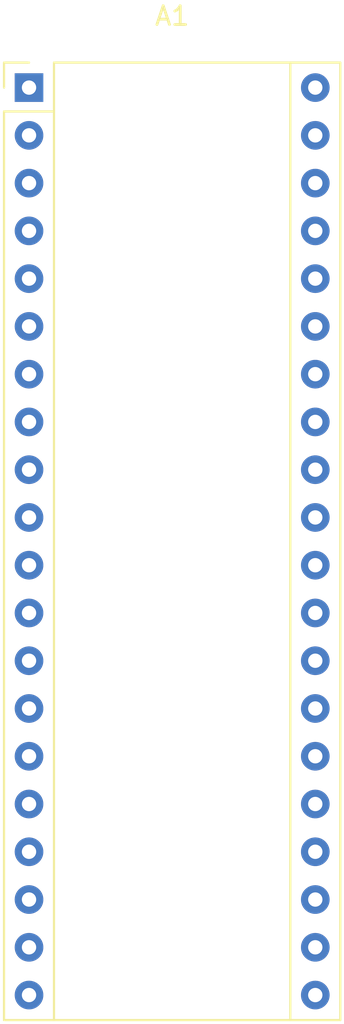
<source format=kicad_pcb>
(kicad_pcb (version 20240108) (generator "pcbnew") (generator_version "8.0")
  (layers (0 "F.Cu" signal) (31 "B.Cu" signal) (34 "B.Paste" user) (35 "F.Paste" user) (36 "B.SilkS" user "B.Silkscreen") (37 "F.SilkS" user "F.Silkscreen") (38 "B.Mask" user) (39 "F.Mask" user) (44 "Edge.Cuts" user))
  (net 0 "")
  (footprint "Module:Maple_Mini" (layer "F.Cu") (at 144.26 61.74)
    (property "Reference" "A1" (at 7.62 -3.81 0) (layer "F.SilkS"))
    (property "Value" "Maple_Mini")
    (fp_line (start -1.33 -1.33) (end -1.33 0) (stroke (width 0.12)) (layer "F.SilkS"))
    (fp_line (start -1.33 1.27) (end 1.33 1.27) (stroke (width 0.12)) (layer "F.SilkS"))
    (fp_line (start -1.33 49.59) (end -1.33 1.27) (stroke (width 0.12)) (layer "F.SilkS"))
    (fp_line (start 0 -1.33) (end -1.33 -1.33) (stroke (width 0.12)) (layer "F.SilkS"))
    (fp_line (start 1.33 -1.33) (end 1.33 49.59) (stroke (width 0.12)) (layer "F.SilkS"))
    (fp_line (start 1.33 -1.33) (end 16.57 -1.33) (stroke (width 0.12)) (layer "F.SilkS"))
    (fp_line (start 13.91 49.59) (end 13.91 -1.33) (stroke (width 0.12)) (layer "F.SilkS"))
    (fp_line (start 16.57 -1.33) (end 16.57 49.59) (stroke (width 0.12)) (layer "F.SilkS"))
    (fp_line (start 16.57 49.59) (end -1.33 49.59) (stroke (width 0.12)) (layer "F.SilkS"))
    (pad "1" thru_hole rect (at 0 0) (size 1.524 1.524) (drill 0.762) (layers "*.Cu" "*.Mask"))
    (pad "2" thru_hole circle (at 0 2.54) (size 1.524 1.524) (drill 0.762) (layers "*.Cu" "*.Mask"))
    (pad "3" thru_hole circle (at 0 5.08) (size 1.524 1.524) (drill 0.762) (layers "*.Cu" "*.Mask"))
    (pad "4" thru_hole circle (at 0 7.62) (size 1.524 1.524) (drill 0.762) (layers "*.Cu" "*.Mask"))
    (pad "5" thru_hole circle (at 0 10.16) (size 1.524 1.524) (drill 0.762) (layers "*.Cu" "*.Mask"))
    (pad "6" thru_hole circle (at 0 12.7) (size 1.524 1.524) (drill 0.762) (layers "*.Cu" "*.Mask"))
    (pad "7" thru_hole circle (at 0 15.24) (size 1.524 1.524) (drill 0.762) (layers "*.Cu" "*.Mask"))
    (pad "8" thru_hole circle (at 0 17.78) (size 1.524 1.524) (drill 0.762) (layers "*.Cu" "*.Mask"))
    (pad "9" thru_hole circle (at 0 20.32) (size 1.524 1.524) (drill 0.762) (layers "*.Cu" "*.Mask"))
    (pad "10" thru_hole circle (at 0 22.86) (size 1.524 1.524) (drill 0.762) (layers "*.Cu" "*.Mask"))
    (pad "11" thru_hole circle (at 0 25.4) (size 1.524 1.524) (drill 0.762) (layers "*.Cu" "*.Mask"))
    (pad "12" thru_hole circle (at 0 27.94) (size 1.524 1.524) (drill 0.762) (layers "*.Cu" "*.Mask"))
    (pad "13" thru_hole circle (at 0 30.48) (size 1.524 1.524) (drill 0.762) (layers "*.Cu" "*.Mask"))
    (pad "14" thru_hole circle (at 0 33.02) (size 1.524 1.524) (drill 0.762) (layers "*.Cu" "*.Mask"))
    (pad "15" thru_hole circle (at 0 35.56) (size 1.524 1.524) (drill 0.762) (layers "*.Cu" "*.Mask"))
    (pad "16" thru_hole circle (at 0 38.1) (size 1.524 1.524) (drill 0.762) (layers "*.Cu" "*.Mask"))
    (pad "17" thru_hole circle (at 0 40.64) (size 1.524 1.524) (drill 0.762) (layers "*.Cu" "*.Mask"))
    (pad "18" thru_hole circle (at 0 43.18) (size 1.524 1.524) (drill 0.762) (layers "*.Cu" "*.Mask"))
    (pad "19" thru_hole circle (at 0 45.72) (size 1.524 1.524) (drill 0.762) (layers "*.Cu" "*.Mask"))
    (pad "20" thru_hole circle (at 0 48.26) (size 1.524 1.524) (drill 0.762) (layers "*.Cu" "*.Mask"))
    (pad "21" thru_hole circle (at 15.24 48.26) (size 1.524 1.524) (drill 0.762) (layers "*.Cu" "*.Mask"))
    (pad "22" thru_hole circle (at 15.24 45.72) (size 1.524 1.524) (drill 0.762) (layers "*.Cu" "*.Mask"))
    (pad "23" thru_hole circle (at 15.24 43.18) (size 1.524 1.524) (drill 0.762) (layers "*.Cu" "*.Mask"))
    (pad "24" thru_hole circle (at 15.24 40.64) (size 1.524 1.524) (drill 0.762) (layers "*.Cu" "*.Mask"))
    (pad "25" thru_hole circle (at 15.24 38.1) (size 1.524 1.524) (drill 0.762) (layers "*.Cu" "*.Mask"))
    (pad "26" thru_hole circle (at 15.24 35.56) (size 1.524 1.524) (drill 0.762) (layers "*.Cu" "*.Mask"))
    (pad "27" thru_hole circle (at 15.24 33.02) (size 1.524 1.524) (drill 0.762) (layers "*.Cu" "*.Mask"))
    (pad "28" thru_hole circle (at 15.24 30.48) (size 1.524 1.524) (drill 0.762) (layers "*.Cu" "*.Mask"))
    (pad "29" thru_hole circle (at 15.24 27.94) (size 1.524 1.524) (drill 0.762) (layers "*.Cu" "*.Mask"))
    (pad "30" thru_hole circle (at 15.24 25.4) (size 1.524 1.524) (drill 0.762) (layers "*.Cu" "*.Mask"))
    (pad "31" thru_hole circle (at 15.24 22.86) (size 1.524 1.524) (drill 0.762) (layers "*.Cu" "*.Mask"))
    (pad "32" thru_hole circle (at 15.24 20.32) (size 1.524 1.524) (drill 0.762) (layers "*.Cu" "*.Mask"))
    (pad "33" thru_hole circle (at 15.24 17.78) (size 1.524 1.524) (drill 0.762) (layers "*.Cu" "*.Mask"))
    (pad "34" thru_hole circle (at 15.24 15.24) (size 1.524 1.524) (drill 0.762) (layers "*.Cu" "*.Mask"))
    (pad "35" thru_hole circle (at 15.24 12.7) (size 1.524 1.524) (drill 0.762) (layers "*.Cu" "*.Mask"))
    (pad "36" thru_hole circle (at 15.24 10.16) (size 1.524 1.524) (drill 0.762) (layers "*.Cu" "*.Mask"))
    (pad "37" thru_hole circle (at 15.24 7.62) (size 1.524 1.524) (drill 0.762) (layers "*.Cu" "*.Mask"))
    (pad "38" thru_hole circle (at 15.24 5.08) (size 1.524 1.524) (drill 0.762) (layers "*.Cu" "*.Mask"))
    (pad "39" thru_hole circle (at 15.24 2.54) (size 1.524 1.524) (drill 0.762) (layers "*.Cu" "*.Mask"))
    (pad "40" thru_hole circle (at 15.24 0) (size 1.524 1.524) (drill 0.762) (layers "*.Cu" "*.Mask"))
  )
)
</source>
